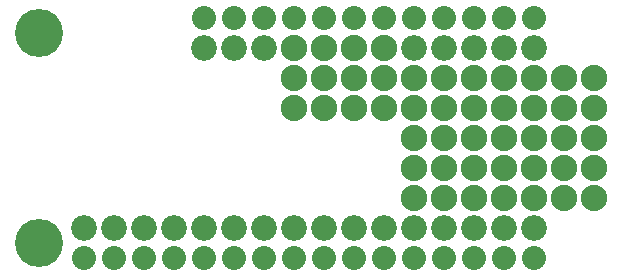
<source format=gbs>
G04 MADE WITH FRITZING*
G04 WWW.FRITZING.ORG*
G04 DOUBLE SIDED*
G04 HOLES PLATED*
G04 CONTOUR ON CENTER OF CONTOUR VECTOR*
%ASAXBY*%
%FSLAX23Y23*%
%MOIN*%
%OFA0B0*%
%SFA1.0B1.0*%
%ADD10C,0.000000*%
%ADD11C,0.086000*%
%ADD12C,0.080000*%
%ADD13C,0.160000*%
%ADD14C,0.088000*%
%ADD15R,0.001000X0.001000*%
%LNMASK0*%
G90*
G70*
G54D10*
X849Y752D03*
X849Y752D03*
X849Y752D03*
X849Y752D03*
X849Y752D03*
X849Y752D03*
X849Y752D03*
X849Y752D03*
X849Y752D03*
X849Y752D03*
X849Y752D03*
X849Y752D03*
X849Y752D03*
X849Y752D03*
X849Y752D03*
X849Y752D03*
X849Y752D03*
X849Y752D03*
X849Y752D03*
X849Y752D03*
X849Y752D03*
X849Y752D03*
X849Y752D03*
X849Y752D03*
X849Y752D03*
X849Y752D03*
X849Y752D03*
X849Y752D03*
X849Y752D03*
X849Y752D03*
X849Y752D03*
X849Y752D03*
X849Y752D03*
X849Y752D03*
X849Y752D03*
X849Y752D03*
X849Y752D03*
X849Y752D03*
X849Y752D03*
X849Y752D03*
X849Y752D03*
X849Y752D03*
X849Y752D03*
X849Y752D03*
X849Y752D03*
X849Y752D03*
X849Y752D03*
X849Y752D03*
X849Y752D03*
X849Y752D03*
X849Y752D03*
X849Y752D03*
X849Y752D03*
X849Y752D03*
X849Y752D03*
X849Y752D03*
X849Y752D03*
X849Y752D03*
X849Y752D03*
X849Y752D03*
X849Y752D03*
X849Y752D03*
X849Y752D03*
X849Y752D03*
X849Y752D03*
X849Y752D03*
X849Y752D03*
X849Y752D03*
X849Y752D03*
X849Y752D03*
X849Y752D03*
X849Y752D03*
X849Y752D03*
X849Y752D03*
X849Y752D03*
X849Y752D03*
X849Y752D03*
X849Y752D03*
X849Y752D03*
X849Y752D03*
X849Y752D03*
X849Y752D03*
X849Y752D03*
X849Y752D03*
X849Y752D03*
X849Y752D03*
X849Y752D03*
X849Y752D03*
X849Y752D03*
X849Y752D03*
X849Y752D03*
X849Y752D03*
X849Y752D03*
X849Y752D03*
X849Y752D03*
X849Y752D03*
X849Y752D03*
X849Y752D03*
X849Y752D03*
X849Y752D03*
X849Y752D03*
X849Y752D03*
X849Y752D03*
X849Y752D03*
X849Y752D03*
X849Y752D03*
X849Y752D03*
X849Y752D03*
G54D11*
X649Y752D03*
G54D12*
X649Y852D03*
G54D13*
X99Y102D03*
G54D12*
X849Y852D03*
G54D13*
X99Y802D03*
G54D12*
X1049Y852D03*
X749Y852D03*
X1249Y852D03*
X949Y852D03*
X1449Y852D03*
X1149Y852D03*
X1649Y852D03*
X1349Y852D03*
X1749Y52D03*
X1549Y852D03*
X1549Y52D03*
X1749Y852D03*
X1349Y52D03*
X1649Y52D03*
X1149Y52D03*
X1449Y52D03*
X949Y52D03*
X1249Y52D03*
X749Y52D03*
X1049Y52D03*
X549Y52D03*
X849Y52D03*
X349Y52D03*
X649Y52D03*
G54D11*
X249Y152D03*
G54D12*
X449Y52D03*
G54D11*
X449Y152D03*
G54D12*
X249Y52D03*
G54D11*
X649Y152D03*
X349Y152D03*
X849Y152D03*
X549Y152D03*
X1049Y152D03*
X749Y152D03*
X1249Y152D03*
X949Y152D03*
X1449Y152D03*
X1149Y152D03*
X1649Y152D03*
X1349Y152D03*
X1749Y752D03*
X1549Y152D03*
X1549Y752D03*
X1749Y152D03*
X1349Y752D03*
X1649Y752D03*
X1149Y752D03*
X1449Y752D03*
X949Y752D03*
X1249Y752D03*
X749Y752D03*
X1049Y752D03*
X849Y752D03*
G54D14*
X1049Y753D03*
X1049Y653D03*
X1049Y553D03*
X949Y753D03*
X949Y653D03*
X949Y553D03*
X1149Y753D03*
X1149Y653D03*
X1149Y553D03*
X1249Y753D03*
X1249Y653D03*
X1249Y553D03*
X1949Y653D03*
X1949Y553D03*
X1949Y453D03*
X1949Y353D03*
X1949Y253D03*
X1849Y653D03*
X1849Y553D03*
X1849Y453D03*
X1849Y353D03*
X1849Y253D03*
X1749Y653D03*
X1749Y553D03*
X1749Y453D03*
X1749Y353D03*
X1749Y253D03*
X1649Y653D03*
X1649Y553D03*
X1649Y453D03*
X1649Y353D03*
X1649Y253D03*
X1549Y653D03*
X1549Y553D03*
X1549Y453D03*
X1549Y353D03*
X1549Y253D03*
X1449Y653D03*
X1449Y553D03*
X1449Y453D03*
X1449Y353D03*
X1449Y253D03*
X1349Y653D03*
X1349Y553D03*
X1349Y453D03*
X1349Y353D03*
X1349Y253D03*
G54D15*
D02*
G04 End of Mask0*
M02*
</source>
